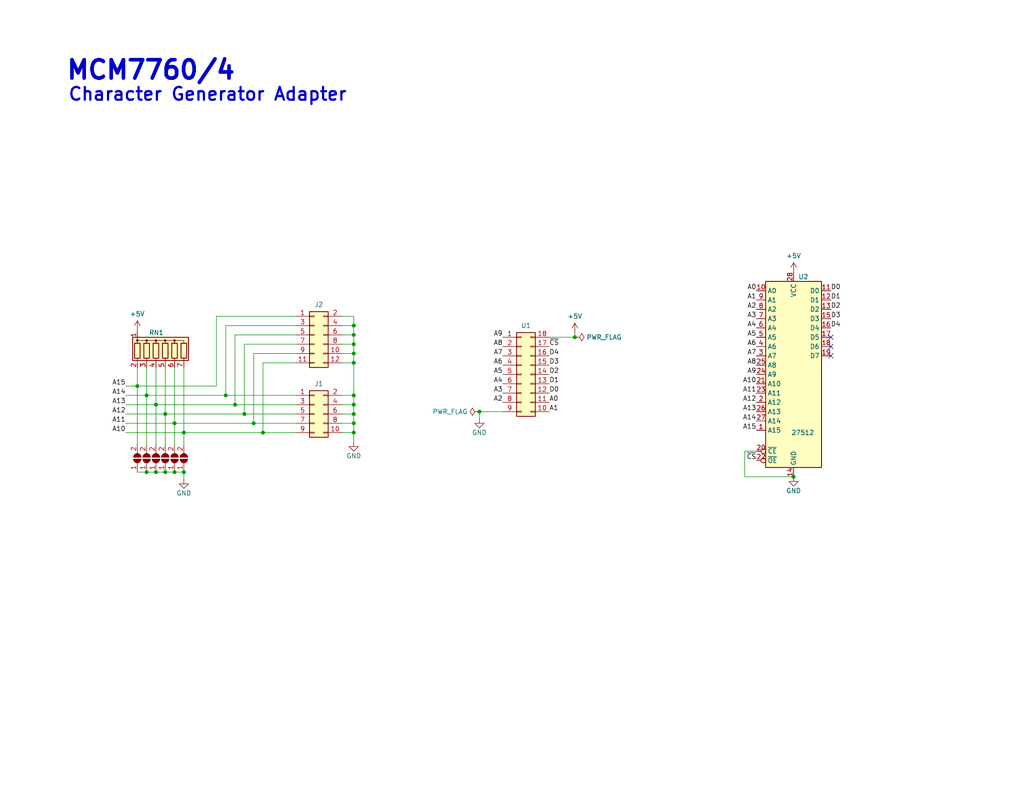
<source format=kicad_sch>
(kicad_sch (version 20230121) (generator eeschema)
  (paper "USLetter")
  (title_block (title "MCM7760/4 - Character Generator Adapter") (date "2024-03-05") (rev "Rev 1.1") (company "RetroStack - Marcel Erz") (comment 4 "Character Generator Adapter"))
  (lib_symbols
    (symbol "Connector_Generic:Conn_02x05_Odd_Even" (pin_names (offset 1.016) hide)
      (property "Reference" "J" (at 1.27 7.62 0))
      (property "Value" "Conn_02x05_Odd_Even" (at 1.27 -7.62 0))
      (symbol "Conn_02x05_Odd_Even_1_1"
        (rectangle (start -1.27 -4.953) (end 0 -5.207) (stroke (width 0.1524)))
        (rectangle (start -1.27 -2.413) (end 0 -2.667) (stroke (width 0.1524)))
        (rectangle (start -1.27 0.127) (end 0 -0.127) (stroke (width 0.1524)))
        (rectangle (start -1.27 2.667) (end 0 2.413) (stroke (width 0.1524)))
        (rectangle (start -1.27 5.207) (end 0 4.953) (stroke (width 0.1524)))
        (rectangle (start -1.27 6.35) (end 3.81 -6.35) (stroke (width 0.254)) (fill (type background)))
        (rectangle (start 3.81 -4.953) (end 2.54 -5.207) (stroke (width 0.1524)))
        (rectangle (start 3.81 -2.413) (end 2.54 -2.667) (stroke (width 0.1524)))
        (rectangle (start 3.81 0.127) (end 2.54 -0.127) (stroke (width 0.1524)))
        (rectangle (start 3.81 2.667) (end 2.54 2.413) (stroke (width 0.1524)))
        (rectangle (start 3.81 5.207) (end 2.54 4.953) (stroke (width 0.1524)))
        (pin passive line (at -5.08 5.08 0) (length 3.81) (name "Pin_1") (number "1"))
        (pin passive line (at 7.62 -5.08 180) (length 3.81) (name "Pin_10") (number "10"))
        (pin passive line (at 7.62 5.08 180) (length 3.81) (name "Pin_2") (number "2"))
        (pin passive line (at -5.08 2.54 0) (length 3.81) (name "Pin_3") (number "3"))
        (pin passive line (at 7.62 2.54 180) (length 3.81) (name "Pin_4") (number "4"))
        (pin passive line (at -5.08 0 0) (length 3.81) (name "Pin_5") (number "5"))
        (pin passive line (at 7.62 0 180) (length 3.81) (name "Pin_6") (number "6"))
        (pin passive line (at -5.08 -2.54 0) (length 3.81) (name "Pin_7") (number "7"))
        (pin passive line (at 7.62 -2.54 180) (length 3.81) (name "Pin_8") (number "8"))
        (pin passive line (at -5.08 -5.08 0) (length 3.81) (name "Pin_9") (number "9"))
      )
    )
    (symbol "Connector_Generic:Conn_02x06_Odd_Even" (pin_names (offset 1.016) hide)
      (property "Reference" "J" (at 1.27 7.62 0))
      (property "Value" "Conn_02x06_Odd_Even" (at 1.27 -10.16 0))
      (symbol "Conn_02x06_Odd_Even_1_1"
        (rectangle (start -1.27 -7.493) (end 0 -7.747) (stroke (width 0.1524)))
        (rectangle (start -1.27 -4.953) (end 0 -5.207) (stroke (width 0.1524)))
        (rectangle (start -1.27 -2.413) (end 0 -2.667) (stroke (width 0.1524)))
        (rectangle (start -1.27 0.127) (end 0 -0.127) (stroke (width 0.1524)))
        (rectangle (start -1.27 2.667) (end 0 2.413) (stroke (width 0.1524)))
        (rectangle (start -1.27 5.207) (end 0 4.953) (stroke (width 0.1524)))
        (rectangle (start -1.27 6.35) (end 3.81 -8.89) (stroke (width 0.254)) (fill (type background)))
        (rectangle (start 3.81 -7.493) (end 2.54 -7.747) (stroke (width 0.1524)))
        (rectangle (start 3.81 -4.953) (end 2.54 -5.207) (stroke (width 0.1524)))
        (rectangle (start 3.81 -2.413) (end 2.54 -2.667) (stroke (width 0.1524)))
        (rectangle (start 3.81 0.127) (end 2.54 -0.127) (stroke (width 0.1524)))
        (rectangle (start 3.81 2.667) (end 2.54 2.413) (stroke (width 0.1524)))
        (rectangle (start 3.81 5.207) (end 2.54 4.953) (stroke (width 0.1524)))
        (pin passive line (at -5.08 5.08 0) (length 3.81) (name "Pin_1") (number "1"))
        (pin passive line (at 7.62 -5.08 180) (length 3.81) (name "Pin_10") (number "10"))
        (pin passive line (at -5.08 -7.62 0) (length 3.81) (name "Pin_11") (number "11"))
        (pin passive line (at 7.62 -7.62 180) (length 3.81) (name "Pin_12") (number "12"))
        (pin passive line (at 7.62 5.08 180) (length 3.81) (name "Pin_2") (number "2"))
        (pin passive line (at -5.08 2.54 0) (length 3.81) (name "Pin_3") (number "3"))
        (pin passive line (at 7.62 2.54 180) (length 3.81) (name "Pin_4") (number "4"))
        (pin passive line (at -5.08 0 0) (length 3.81) (name "Pin_5") (number "5"))
        (pin passive line (at 7.62 0 180) (length 3.81) (name "Pin_6") (number "6"))
        (pin passive line (at -5.08 -2.54 0) (length 3.81) (name "Pin_7") (number "7"))
        (pin passive line (at 7.62 -2.54 180) (length 3.81) (name "Pin_8") (number "8"))
        (pin passive line (at -5.08 -5.08 0) (length 3.81) (name "Pin_9") (number "9"))
      )
    )
    (symbol "Connector_Generic:Conn_02x09_Counter_Clockwise" (pin_names (offset 1.016) hide)
      (property "Reference" "J" (at 1.27 12.7 0))
      (property "Value" "Conn_02x09_Counter_Clockwise" (at 1.27 -12.7 0))
      (symbol "Conn_02x09_Counter_Clockwise_1_1"
        (rectangle (start -1.27 -10.033) (end 0 -10.287) (stroke (width 0.1524)))
        (rectangle (start -1.27 -7.493) (end 0 -7.747) (stroke (width 0.1524)))
        (rectangle (start -1.27 -4.953) (end 0 -5.207) (stroke (width 0.1524)))
        (rectangle (start -1.27 -2.413) (end 0 -2.667) (stroke (width 0.1524)))
        (rectangle (start -1.27 0.127) (end 0 -0.127) (stroke (width 0.1524)))
        (rectangle (start -1.27 2.667) (end 0 2.413) (stroke (width 0.1524)))
        (rectangle (start -1.27 5.207) (end 0 4.953) (stroke (width 0.1524)))
        (rectangle (start -1.27 7.747) (end 0 7.493) (stroke (width 0.1524)))
        (rectangle (start -1.27 10.287) (end 0 10.033) (stroke (width 0.1524)))
        (rectangle (start -1.27 11.43) (end 3.81 -11.43) (stroke (width 0.254)) (fill (type background)))
        (rectangle (start 3.81 -10.033) (end 2.54 -10.287) (stroke (width 0.1524)))
        (rectangle (start 3.81 -7.493) (end 2.54 -7.747) (stroke (width 0.1524)))
        (rectangle (start 3.81 -4.953) (end 2.54 -5.207) (stroke (width 0.1524)))
        (rectangle (start 3.81 -2.413) (end 2.54 -2.667) (stroke (width 0.1524)))
        (rectangle (start 3.81 0.127) (end 2.54 -0.127) (stroke (width 0.1524)))
        (rectangle (start 3.81 2.667) (end 2.54 2.413) (stroke (width 0.1524)))
        (rectangle (start 3.81 5.207) (end 2.54 4.953) (stroke (width 0.1524)))
        (rectangle (start 3.81 7.747) (end 2.54 7.493) (stroke (width 0.1524)))
        (rectangle (start 3.81 10.287) (end 2.54 10.033) (stroke (width 0.1524)))
        (pin passive line (at -5.08 10.16 0) (length 3.81) (name "Pin_1") (number "1"))
        (pin passive line (at 7.62 -10.16 180) (length 3.81) (name "Pin_10") (number "10"))
        (pin passive line (at 7.62 -7.62 180) (length 3.81) (name "Pin_11") (number "11"))
        (pin passive line (at 7.62 -5.08 180) (length 3.81) (name "Pin_12") (number "12"))
        (pin passive line (at 7.62 -2.54 180) (length 3.81) (name "Pin_13") (number "13"))
        (pin passive line (at 7.62 0 180) (length 3.81) (name "Pin_14") (number "14"))
        (pin passive line (at 7.62 2.54 180) (length 3.81) (name "Pin_15") (number "15"))
        (pin passive line (at 7.62 5.08 180) (length 3.81) (name "Pin_16") (number "16"))
        (pin passive line (at 7.62 7.62 180) (length 3.81) (name "Pin_17") (number "17"))
        (pin passive line (at 7.62 10.16 180) (length 3.81) (name "Pin_18") (number "18"))
        (pin passive line (at -5.08 7.62 0) (length 3.81) (name "Pin_2") (number "2"))
        (pin passive line (at -5.08 5.08 0) (length 3.81) (name "Pin_3") (number "3"))
        (pin passive line (at -5.08 2.54 0) (length 3.81) (name "Pin_4") (number "4"))
        (pin passive line (at -5.08 0 0) (length 3.81) (name "Pin_5") (number "5"))
        (pin passive line (at -5.08 -2.54 0) (length 3.81) (name "Pin_6") (number "6"))
        (pin passive line (at -5.08 -5.08 0) (length 3.81) (name "Pin_7") (number "7"))
        (pin passive line (at -5.08 -7.62 0) (length 3.81) (name "Pin_8") (number "8"))
        (pin passive line (at -5.08 -10.16 0) (length 3.81) (name "Pin_9") (number "9"))
      )
    )
    (symbol "Device:R_Network06" (pin_names (offset 0) hide)
      (property "Reference" "RN" (at -10.16 0 90))
      (property "Value" "R_Network06" (at 7.62 0 90))
      (symbol "R_Network06_0_1"
        (rectangle (start -8.89 -3.175) (end 6.35 3.175) (stroke (width 0.254)) (fill (type background)))
        (rectangle (start -8.382 1.524) (end -6.858 -2.54) (stroke (width 0.254)))
        (circle (center -7.62 2.286) (radius 0.254) (fill (type outline)))
        (rectangle (start -5.842 1.524) (end -4.318 -2.54) (stroke (width 0.254)))
        (circle (center -5.08 2.286) (radius 0.254) (fill (type outline)))
        (rectangle (start -3.302 1.524) (end -1.778 -2.54) (stroke (width 0.254)))
        (circle (center -2.54 2.286) (radius 0.254) (fill (type outline)))
        (rectangle (start -0.762 1.524) (end 0.762 -2.54) (stroke (width 0.254)))
        (polyline (pts (xy -7.62 -2.54) (xy -7.62 -3.81)))
        (polyline (pts (xy -5.08 -2.54) (xy -5.08 -3.81)))
        (polyline (pts (xy -2.54 -2.54) (xy -2.54 -3.81)))
        (polyline (pts (xy 0 -2.54) (xy 0 -3.81)))
        (polyline (pts (xy 2.54 -2.54) (xy 2.54 -3.81)))
        (polyline (pts (xy 5.08 -2.54) (xy 5.08 -3.81)))
        (polyline (pts (xy -7.62 1.524) (xy -7.62 2.286) (xy -5.08 2.286) (xy -5.08 1.524)))
        (polyline (pts (xy -5.08 1.524) (xy -5.08 2.286) (xy -2.54 2.286) (xy -2.54 1.524)))
        (polyline (pts (xy -2.54 1.524) (xy -2.54 2.286) (xy 0 2.286) (xy 0 1.524)))
        (polyline (pts (xy 0 1.524) (xy 0 2.286) (xy 2.54 2.286) (xy 2.54 1.524)))
        (polyline (pts (xy 2.54 1.524) (xy 2.54 2.286) (xy 5.08 2.286) (xy 5.08 1.524)))
        (circle (center 0 2.286) (radius 0.254) (fill (type outline)))
        (rectangle (start 1.778 1.524) (end 3.302 -2.54) (stroke (width 0.254)))
        (circle (center 2.54 2.286) (radius 0.254) (fill (type outline)))
        (rectangle (start 4.318 1.524) (end 5.842 -2.54) (stroke (width 0.254)))
      )
      (symbol "R_Network06_1_1"
        (pin passive line (at -7.62 5.08 270) (length 2.54) (name "common") (number "1"))
        (pin passive line (at -7.62 -5.08 90) (length 1.27) (name "R1") (number "2"))
        (pin passive line (at -5.08 -5.08 90) (length 1.27) (name "R2") (number "3"))
        (pin passive line (at -2.54 -5.08 90) (length 1.27) (name "R3") (number "4"))
        (pin passive line (at 0 -5.08 90) (length 1.27) (name "R4") (number "5"))
        (pin passive line (at 2.54 -5.08 90) (length 1.27) (name "R5") (number "6"))
        (pin passive line (at 5.08 -5.08 90) (length 1.27) (name "R6") (number "7"))
      )
    )
    (symbol "Jumper:SolderJumper_2_Open" (pin_names (offset 0) hide)
      (property "Reference" "JP" (at 0 2.032 0))
      (property "Value" "SolderJumper_2_Open" (at 0 -2.54 0))
      (symbol "SolderJumper_2_Open_0_1"
        (arc (start -0.254 1.016) (mid -1.2656 0) (end -0.254 -1.016))
        (arc (start -0.254 1.016) (mid -1.2656 0) (end -0.254 -1.016) (fill (type outline)))
        (polyline (pts (xy -0.254 1.016) (xy -0.254 -1.016)))
        (polyline (pts (xy 0.254 1.016) (xy 0.254 -1.016)))
        (arc (start 0.254 -1.016) (mid 1.2656 0) (end 0.254 1.016))
        (arc (start 0.254 -1.016) (mid 1.2656 0) (end 0.254 1.016) (fill (type outline)))
      )
      (symbol "SolderJumper_2_Open_1_1"
        (pin passive line (at -3.81 0 0) (length 2.54) (name "A") (number "1"))
        (pin passive line (at 3.81 0 180) (length 2.54) (name "B") (number "2"))
      )
    )
    (symbol "RetroStackLibrary:ROM_27512"
      (property "Reference" "U" (at 0 0 0))
      (property "Value" "ROM_27512" (at 0 0 0))
      (symbol "ROM_27512_1_1"
        (rectangle (start -7.62 -14.605) (end 7.62 -65.405) (stroke (width 0.254)) (fill (type background)))
        (pin input line (at -10.16 -55.245 0) (length 2.54) (name "A15") (number "1"))
        (pin input line (at -10.16 -17.145 0) (length 2.54) (name "A0") (number "10"))
        (pin tri_state line (at 10.16 -17.145 180) (length 2.54) (name "D0") (number "11"))
        (pin tri_state line (at 10.16 -19.685 180) (length 2.54) (name "D1") (number "12"))
        (pin tri_state line (at 10.16 -22.225 180) (length 2.54) (name "D2") (number "13"))
        (pin power_in line (at 0 -67.945 90) (length 2.54) (name "GND") (number "14"))
        (pin tri_state line (at 10.16 -24.765 180) (length 2.54) (name "D3") (number "15"))
        (pin tri_state line (at 10.16 -27.305 180) (length 2.54) (name "D4") (number "16"))
        (pin tri_state line (at 10.16 -29.845 180) (length 2.54) (name "D5") (number "17"))
        (pin tri_state line (at 10.16 -32.385 180) (length 2.54) (name "D6") (number "18"))
        (pin tri_state line (at 10.16 -34.925 180) (length 2.54) (name "D7") (number "19"))
        (pin input line (at -10.16 -47.625 0) (length 2.54) (name "A12") (number "2"))
        (pin input inverted (at -10.16 -60.96 0) (length 2.54) (name "~{CE}") (number "20"))
        (pin input line (at -10.16 -42.545 0) (length 2.54) (name "A10") (number "21"))
        (pin input inverted (at -10.16 -63.5 0) (length 2.54) (name "~{OE}") (number "22"))
        (pin input line (at -10.16 -45.085 0) (length 2.54) (name "A11") (number "23"))
        (pin input line (at -10.16 -40.005 0) (length 2.54) (name "A9") (number "24"))
        (pin input line (at -10.16 -37.465 0) (length 2.54) (name "A8") (number "25"))
        (pin input line (at -10.16 -50.165 0) (length 2.54) (name "A13") (number "26"))
        (pin input line (at -10.16 -52.705 0) (length 2.54) (name "A14") (number "27"))
        (pin power_in line (at 0 -12.065 270) (length 2.54) (name "VCC") (number "28"))
        (pin input line (at -10.16 -34.925 0) (length 2.54) (name "A7") (number "3"))
        (pin input line (at -10.16 -32.385 0) (length 2.54) (name "A6") (number "4"))
        (pin input line (at -10.16 -29.845 0) (length 2.54) (name "A5") (number "5"))
        (pin input line (at -10.16 -27.305 0) (length 2.54) (name "A4") (number "6"))
        (pin input line (at -10.16 -24.765 0) (length 2.54) (name "A3") (number "7"))
        (pin input line (at -10.16 -22.225 0) (length 2.54) (name "A2") (number "8"))
        (pin input line (at -10.16 -19.685 0) (length 2.54) (name "A1") (number "9"))
      )
    )
    (symbol "power:+5V" (power) (pin_names (offset 0))
      (property "Value" "+5V" (at 0 3.556 0))
      (symbol "+5V_0_1"
        (polyline (pts (xy -0.762 1.27) (xy 0 2.54)))
        (polyline (pts (xy 0 0) (xy 0 2.54)))
        (polyline (pts (xy 0 2.54) (xy 0.762 1.27)))
      )
      (symbol "+5V_1_1"
        (pin power_in line (at 0 0 90) (length 0) hide (name "+5V") (number "1"))
      )
    )
    (symbol "power:GND" (power) (pin_names (offset 0))
      (property "Value" "GND" (at 0 -3.81 0))
      (symbol "GND_0_1"
        (polyline (pts (xy 0 0) (xy 0 -1.27) (xy 1.27 -1.27) (xy 0 -2.54) (xy -1.27 -1.27) (xy 0 -1.27)))
      )
      (symbol "GND_1_1"
        (pin power_in line (at 0 0 270) (length 0) hide (name "GND") (number "1"))
      )
    )
    (symbol "power:PWR_FLAG" (power) (pin_numbers hide) (pin_names (offset 0) hide)
      (property "Value" "PWR_FLAG" (at 0 3.81 0))
      (symbol "PWR_FLAG_0_0"
        (pin power_out line (at 0 0 90) (length 0) (name "pwr") (number "1"))
      )
      (symbol "PWR_FLAG_0_1"
        (polyline (pts (xy 0 0) (xy 0 1.27) (xy -1.016 1.905) (xy 0 2.54) (xy 1.016 1.905) (xy 0 1.27)))
      )
    )
  )
  (junction (at 47.625 115.57))
  (junction (at 69.215 115.57))
  (junction (at 40.005 128.905))
  (junction (at 96.52 88.9))
  (junction (at 45.085 128.905))
  (junction (at 96.52 107.95))
  (junction (at 37.465 105.41))
  (junction (at 96.52 115.57))
  (junction (at 96.52 110.49))
  (junction (at 96.52 99.06))
  (junction (at 42.545 110.49))
  (junction (at 61.595 107.95))
  (junction (at 96.52 113.03))
  (junction (at 96.52 96.52))
  (junction (at 50.165 118.11))
  (junction (at 96.52 118.11))
  (junction (at 50.165 128.905))
  (junction (at 156.845 92.075))
  (junction (at 45.085 113.03))
  (junction (at 130.81 112.395))
  (junction (at 216.535 130.175))
  (junction (at 71.755 118.11))
  (junction (at 40.005 107.95))
  (junction (at 42.545 128.905))
  (junction (at 96.52 91.44))
  (junction (at 47.625 128.905))
  (junction (at 96.52 93.98))
  (junction (at 66.675 113.03))
  (junction (at 64.135 110.49))
  (no_connect (at 226.695 92.075))
  (no_connect (at 226.695 97.155))
  (no_connect (at 226.695 94.615))
  (wire (pts (xy 71.755 99.06) (xy 71.755 118.11)))
  (wire (pts (xy 96.52 86.36) (xy 93.345 86.36)))
  (wire (pts (xy 93.345 88.9) (xy 96.52 88.9)))
  (wire (pts (xy 96.52 107.95) (xy 93.345 107.95)))
  (wire (pts (xy 34.29 113.03) (xy 45.085 113.03)))
  (wire (pts (xy 93.345 99.06) (xy 96.52 99.06)))
  (wire (pts (xy 59.055 86.36) (xy 59.055 105.41)))
  (wire (pts (xy 93.345 113.03) (xy 96.52 113.03)))
  (wire (pts (xy 37.465 128.905) (xy 40.005 128.905)))
  (wire (pts (xy 206.375 123.19) (xy 203.2 123.19)))
  (wire (pts (xy 96.52 118.11) (xy 96.52 120.65)))
  (wire (pts (xy 80.645 86.36) (xy 59.055 86.36)))
  (wire (pts (xy 50.165 128.905) (xy 50.165 130.81)))
  (wire (pts (xy 66.675 113.03) (xy 80.645 113.03)))
  (wire (pts (xy 80.645 99.06) (xy 71.755 99.06)))
  (wire (pts (xy 66.675 93.98) (xy 66.675 113.03)))
  (wire (pts (xy 80.645 91.44) (xy 64.135 91.44)))
  (wire (pts (xy 34.29 115.57) (xy 47.625 115.57)))
  (wire (pts (xy 96.52 115.57) (xy 93.345 115.57)))
  (wire (pts (xy 59.055 105.41) (xy 37.465 105.41)))
  (wire (pts (xy 71.755 118.11) (xy 80.645 118.11)))
  (wire (pts (xy 47.625 115.57) (xy 69.215 115.57)))
  (wire (pts (xy 96.52 93.98) (xy 93.345 93.98)))
  (wire (pts (xy 45.085 113.03) (xy 45.085 121.285)))
  (wire (pts (xy 96.52 91.44) (xy 96.52 88.9)))
  (wire (pts (xy 61.595 107.95) (xy 80.645 107.95)))
  (wire (pts (xy 96.52 91.44) (xy 96.52 93.98)))
  (wire (pts (xy 50.165 118.11) (xy 71.755 118.11)))
  (wire (pts (xy 34.29 107.95) (xy 40.005 107.95)))
  (wire (pts (xy 80.645 96.52) (xy 69.215 96.52)))
  (wire (pts (xy 93.345 91.44) (xy 96.52 91.44)))
  (wire (pts (xy 203.2 123.19) (xy 203.2 130.175)))
  (wire (pts (xy 37.465 105.41) (xy 37.465 121.285)))
  (wire (pts (xy 130.81 112.395) (xy 130.81 114.3)))
  (wire (pts (xy 149.86 92.075) (xy 156.845 92.075)))
  (wire (pts (xy 69.215 115.57) (xy 80.645 115.57)))
  (wire (pts (xy 96.52 96.52) (xy 96.52 99.06)))
  (wire (pts (xy 80.645 93.98) (xy 66.675 93.98)))
  (wire (pts (xy 42.545 110.49) (xy 64.135 110.49)))
  (wire (pts (xy 156.845 92.075) (xy 156.845 90.805)))
  (wire (pts (xy 47.625 115.57) (xy 47.625 121.285)))
  (wire (pts (xy 45.085 113.03) (xy 66.675 113.03)))
  (wire (pts (xy 40.005 100.33) (xy 40.005 107.95)))
  (wire (pts (xy 47.625 100.33) (xy 47.625 115.57)))
  (wire (pts (xy 80.645 88.9) (xy 61.595 88.9)))
  (wire (pts (xy 64.135 91.44) (xy 64.135 110.49)))
  (wire (pts (xy 96.52 113.03) (xy 96.52 115.57)))
  (wire (pts (xy 45.085 100.33) (xy 45.085 113.03)))
  (wire (pts (xy 34.29 105.41) (xy 37.465 105.41)))
  (wire (pts (xy 40.005 107.95) (xy 40.005 121.285)))
  (wire (pts (xy 96.52 113.03) (xy 96.52 110.49)))
  (wire (pts (xy 137.16 112.395) (xy 130.81 112.395)))
  (wire (pts (xy 34.29 118.11) (xy 50.165 118.11)))
  (wire (pts (xy 93.345 118.11) (xy 96.52 118.11)))
  (wire (pts (xy 93.345 110.49) (xy 96.52 110.49)))
  (wire (pts (xy 42.545 100.33) (xy 42.545 110.49)))
  (wire (pts (xy 96.52 110.49) (xy 96.52 107.95)))
  (wire (pts (xy 37.465 100.33) (xy 37.465 105.41)))
  (wire (pts (xy 69.215 96.52) (xy 69.215 115.57)))
  (wire (pts (xy 96.52 118.11) (xy 96.52 115.57)))
  (wire (pts (xy 47.625 128.905) (xy 50.165 128.905)))
  (wire (pts (xy 96.52 96.52) (xy 96.52 93.98)))
  (wire (pts (xy 203.2 130.175) (xy 216.535 130.175)))
  (wire (pts (xy 93.345 96.52) (xy 96.52 96.52)))
  (wire (pts (xy 45.085 128.905) (xy 47.625 128.905)))
  (wire (pts (xy 40.005 107.95) (xy 61.595 107.95)))
  (wire (pts (xy 50.165 100.33) (xy 50.165 118.11)))
  (wire (pts (xy 34.29 110.49) (xy 42.545 110.49)))
  (wire (pts (xy 64.135 110.49) (xy 80.645 110.49)))
  (wire (pts (xy 96.52 88.9) (xy 96.52 86.36)))
  (wire (pts (xy 50.165 118.11) (xy 50.165 121.285)))
  (wire (pts (xy 42.545 128.905) (xy 45.085 128.905)))
  (wire (pts (xy 96.52 99.06) (xy 96.52 107.95)))
  (wire (pts (xy 61.595 88.9) (xy 61.595 107.95)))
  (wire (pts (xy 42.545 110.49) (xy 42.545 121.285)))
  (wire (pts (xy 40.005 128.905) (xy 42.545 128.905)))
  (text "MCM7760/4" (at 17.78 22.225 0) (effects (font (size 5 5) (thickness 1) bold) (justify left bottom)))
  (text "Character Generator Adapter" (at 18.415 27.94 0) (effects (font (size 3.5 3.5) (thickness 0.6) bold) (justify left bottom)))
  (label "D3" (at 149.86 99.695 0))
  (label "A12" (at 34.29 113.03 180))
  (label "A14" (at 34.29 107.95 180))
  (label "A9" (at 206.375 102.235 180))
  (label "A11" (at 206.375 107.315 180))
  (label "A8" (at 137.16 94.615 180))
  (label "A2" (at 206.375 84.455 180))
  (label "A7" (at 137.16 97.155 180))
  (label "D2" (at 226.695 84.455 0))
  (label "A14" (at 206.375 114.935 180))
  (label "A10" (at 34.29 118.11 180))
  (label "A3" (at 137.16 107.315 180))
  (label "D2" (at 149.86 102.235 0))
  (label "A4" (at 206.375 89.535 180))
  (label "D1" (at 149.86 104.775 0))
  (label "A2" (at 137.16 109.855 180))
  (label "A0" (at 206.375 79.375 180))
  (label "D1" (at 226.695 81.915 0))
  (label "D0" (at 226.695 79.375 0))
  (label "A9" (at 137.16 92.075 180))
  (label "A6" (at 137.16 99.695 180))
  (label "A1" (at 206.375 81.915 180))
  (label "A15" (at 34.29 105.41 180))
  (label "A13" (at 206.375 112.395 180))
  (label "A1" (at 149.86 112.395 0))
  (label "A7" (at 206.375 97.155 180))
  (label "A6" (at 206.375 94.615 180))
  (label "A5" (at 137.16 102.235 180))
  (label "A15" (at 206.375 117.475 180))
  (label "A3" (at 206.375 86.995 180))
  (label "A11" (at 34.29 115.57 180))
  (label "A4" (at 137.16 104.775 180))
  (label "D4" (at 149.86 97.155 0))
  (label "A0" (at 149.86 109.855 0))
  (label "A8" (at 206.375 99.695 180))
  (label "A13" (at 34.29 110.49 180))
  (label "D3" (at 226.695 86.995 0))
  (label "D4" (at 226.695 89.535 0))
  (label "~{CS}" (at 206.375 125.73 180))
  (label "A10" (at 206.375 104.775 180))
  (label "~{CS}" (at 149.86 94.615 0))
  (label "A12" (at 206.375 109.855 180))
  (label "D0" (at 149.86 107.315 0))
  (label "A5" (at 206.375 92.075 180))
  (symbol (lib_id "Jumper:SolderJumper_2_Open") (at 37.465 125.095 90) (unit 1)
    (property "Reference" "JP1" (effects hide))
    (property "Value" "SolderJumper_2_Open" (effects hide))
    (property "Footprint" "RetroStackFootprintLibrary:SolderJumper_2_Open_RoundedPad" (effects hide))
  )
  (symbol (lib_id "power:GND") (at 216.535 130.175 0) (unit 1)
    (property "Reference" "#PWR014" (effects hide))
    (property "Value" "GND" (at 216.535 133.985 0))
  )
  (symbol (lib_id "Connector_Generic:Conn_02x05_Odd_Even") (at 85.725 113.03 0) (unit 1)
    (property "Reference" "J1" (at 86.995 104.775 0))
    (property "Value" "Conn_02x05_Odd_Even" (effects hide))
    (property "Footprint" "Connector_PinHeader_2.54mm:PinHeader_2x05_P2.54mm_Vertical" (effects hide))
  )
  (symbol (lib_id "power:+5V") (at 156.845 90.805 0) (unit 1)
    (property "Reference" "#PWR03" (effects hide))
    (property "Value" "+5V" (at 156.845 86.36 0))
  )
  (symbol (lib_id "power:PWR_FLAG") (at 156.845 92.075 270) (unit 1)
    (property "Reference" "#FLG01" (effects hide))
    (property "Value" "PWR_FLAG" (at 160.02 92.075 90) (effects (justify left)))
  )
  (symbol (lib_id "Jumper:SolderJumper_2_Open") (at 50.165 125.095 90) (unit 1)
    (property "Reference" "JP6" (effects hide))
    (property "Value" "SolderJumper_2_Open" (effects hide))
    (property "Footprint" "RetroStackFootprintLibrary:SolderJumper_2_Open_RoundedPad" (effects hide))
  )
  (symbol (lib_id "Device:R_Network06") (at 45.085 95.25 0) (unit 1)
    (property "Reference" "RN1" (at 40.64 90.805 0) (effects (justify left)))
    (property "Value" "R_Network06" (effects hide))
    (property "Footprint" "Resistor_THT:R_Array_SIP7" (effects hide))
    (property "Datasheet" "http://www.vishay.com/docs/31509/csc.pdf" (effects hide))
  )
  (symbol (lib_id "power:+5V") (at 37.465 90.17 0) (unit 1)
    (property "Reference" "#PWR07" (effects hide))
    (property "Value" "+5V" (at 37.465 85.725 0))
  )
  (symbol (lib_id "power:PWR_FLAG") (at 130.81 112.395 90) (unit 1)
    (property "Reference" "#FLG02" (effects hide))
    (property "Value" "PWR_FLAG" (at 127.635 112.395 90) (effects (justify left)))
  )
  (symbol (lib_id "RetroStackLibrary:ROM_27512") (at 216.535 62.23 0) (unit 1)
    (property "Reference" "U2" (at 217.805 75.565 0) (effects (justify left)))
    (property "Value" "27512" (at 215.9 118.11 0) (effects (justify left)))
    (property "Footprint" "Package_DIP:DIP-28_W15.24mm" (effects hide))
  )
  (symbol (lib_id "Jumper:SolderJumper_2_Open") (at 47.625 125.095 90) (unit 1)
    (property "Reference" "JP5" (effects hide))
    (property "Value" "SolderJumper_2_Open" (effects hide))
    (property "Footprint" "RetroStackFootprintLibrary:SolderJumper_2_Open_RoundedPad" (effects hide))
  )
  (symbol (lib_id "Connector_Generic:Conn_02x06_Odd_Even") (at 85.725 91.44 0) (unit 1)
    (property "Reference" "J2" (at 86.995 83.185 0))
    (property "Value" "Conn_02x06_Odd_Even" (effects hide))
    (property "Footprint" "RetroStackLibrary:DIPJumper_6" (effects hide))
  )
  (symbol (lib_id "Jumper:SolderJumper_2_Open") (at 42.545 125.095 90) (unit 1)
    (property "Reference" "JP3" (effects hide))
    (property "Value" "SolderJumper_2_Open" (effects hide))
    (property "Footprint" "RetroStackFootprintLibrary:SolderJumper_2_Open_RoundedPad" (effects hide))
  )
  (symbol (lib_id "Connector_Generic:Conn_02x09_Counter_Clockwise") (at 142.24 102.235 0) (unit 1)
    (property "Reference" "U1" (at 143.51 88.9 0))
    (property "Value" "Conn_02x09_Counter_Clockwise" (effects hide))
    (property "Footprint" "Package_DIP:DIP-18_W7.62mm" (effects hide))
  )
  (symbol (lib_id "power:GND") (at 96.52 120.65 0) (unit 1)
    (property "Reference" "#PWR016" (effects hide))
    (property "Value" "GND" (at 96.52 124.46 0))
  )
  (symbol (lib_id "power:+5V") (at 216.535 74.295 0) (unit 1)
    (property "Reference" "#PWR010" (effects hide))
    (property "Value" "+5V" (at 216.535 69.85 0))
  )
  (symbol (lib_id "Jumper:SolderJumper_2_Open") (at 40.005 125.095 90) (unit 1)
    (property "Reference" "JP2" (effects hide))
    (property "Value" "SolderJumper_2_Open" (effects hide))
    (property "Footprint" "RetroStackFootprintLibrary:SolderJumper_2_Open_RoundedPad" (effects hide))
  )
  (symbol (lib_id "power:GND") (at 130.81 114.3 0) (unit 1)
    (property "Reference" "#PWR05" (effects hide))
    (property "Value" "GND" (at 130.81 118.11 0))
  )
  (symbol (lib_id "power:GND") (at 50.165 130.81 0) (unit 1)
    (property "Reference" "#PWR06" (effects hide))
    (property "Value" "GND" (at 50.165 134.62 0))
  )
  (symbol (lib_id "Jumper:SolderJumper_2_Open") (at 45.085 125.095 90) (unit 1)
    (property "Reference" "JP4" (effects hide))
    (property "Value" "SolderJumper_2_Open" (effects hide))
    (property "Footprint" "RetroStackFootprintLibrary:SolderJumper_2_Open_RoundedPad" (effects hide))
  )
)
</source>
